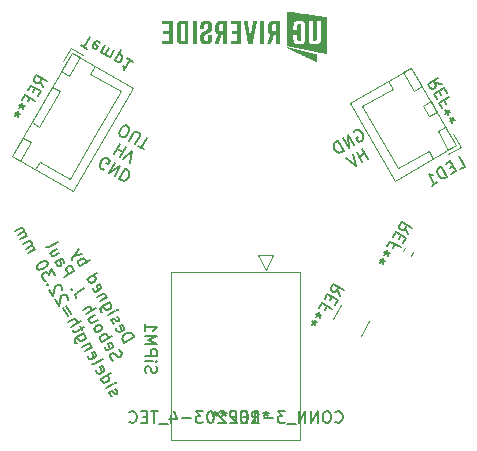
<source format=gbr>
%TF.GenerationSoftware,KiCad,Pcbnew,(6.0.8-1)-1*%
%TF.CreationDate,2022-11-15T12:33:47-05:00*%
%TF.ProjectId,Untitled,556e7469-746c-4656-942e-6b696361645f,rev?*%
%TF.SameCoordinates,Original*%
%TF.FileFunction,Legend,Bot*%
%TF.FilePolarity,Positive*%
%FSLAX46Y46*%
G04 Gerber Fmt 4.6, Leading zero omitted, Abs format (unit mm)*
G04 Created by KiCad (PCBNEW (6.0.8-1)-1) date 2022-11-15 12:33:47*
%MOMM*%
%LPD*%
G01*
G04 APERTURE LIST*
%ADD10C,0.150000*%
%ADD11C,0.120000*%
G04 APERTURE END LIST*
D10*
X92485171Y-54246361D02*
X92378882Y-54239981D01*
X92255165Y-54168553D01*
X92155256Y-54055885D01*
X92120397Y-53925787D01*
X92126776Y-53819499D01*
X92180775Y-53630732D01*
X92252204Y-53507014D01*
X92388681Y-53365866D01*
X92477539Y-53307197D01*
X92607637Y-53272338D01*
X92755165Y-53302527D01*
X92837643Y-53350146D01*
X92937552Y-53462814D01*
X92954981Y-53527863D01*
X92788315Y-53816538D01*
X92623357Y-53721300D01*
X93373754Y-53659670D02*
X92873754Y-54525695D01*
X93868626Y-53945384D01*
X93368626Y-54811410D01*
X94281019Y-54183479D02*
X93781019Y-55049505D01*
X93987215Y-55168553D01*
X94134743Y-55198742D01*
X94264840Y-55163882D01*
X94353699Y-55105213D01*
X94490176Y-54964065D01*
X94561605Y-54840348D01*
X94615604Y-54651581D01*
X94621983Y-54545293D01*
X94587124Y-54415195D01*
X94487215Y-54302527D01*
X94281019Y-54183479D01*
X93807600Y-52051083D02*
X93307600Y-52917109D01*
X93545696Y-52504716D02*
X94040567Y-52790430D01*
X94302472Y-52336798D02*
X93802472Y-53202823D01*
X94091147Y-53369490D02*
X94879822Y-52670131D01*
X94668497Y-53702823D01*
X93865165Y-51379951D02*
X94030122Y-51475189D01*
X94136410Y-51481568D01*
X94266508Y-51446709D01*
X94402985Y-51305561D01*
X94569652Y-51016886D01*
X94623650Y-50828119D01*
X94588791Y-50698022D01*
X94530122Y-50609163D01*
X94365165Y-50513925D01*
X94258876Y-50507545D01*
X94128779Y-50542405D01*
X93992301Y-50683553D01*
X93825635Y-50972228D01*
X93771636Y-51160994D01*
X93806495Y-51291092D01*
X93865165Y-51379951D01*
X94607472Y-51808522D02*
X95012234Y-51107454D01*
X95101092Y-51048785D01*
X95166141Y-51031355D01*
X95272429Y-51037735D01*
X95437387Y-51132973D01*
X95496056Y-51221831D01*
X95513485Y-51286880D01*
X95507106Y-51393168D01*
X95102344Y-52094236D01*
X95391019Y-52260903D02*
X95885891Y-52546617D01*
X96138455Y-51537735D02*
X95638455Y-52403760D01*
X113607328Y-51088884D02*
X113665997Y-51000026D01*
X113789715Y-50928597D01*
X113937243Y-50898408D01*
X114067340Y-50933268D01*
X114156199Y-50991937D01*
X114292676Y-51133085D01*
X114364105Y-51256802D01*
X114418104Y-51445569D01*
X114424483Y-51551857D01*
X114389624Y-51681955D01*
X114289715Y-51794623D01*
X114207237Y-51842242D01*
X114059709Y-51872431D01*
X113994661Y-51855001D01*
X113827994Y-51566326D01*
X113992951Y-51471088D01*
X113671126Y-52151766D02*
X113171126Y-51285740D01*
X113176254Y-52437480D01*
X112676254Y-51571455D01*
X112763861Y-52675575D02*
X112263861Y-51809550D01*
X112057665Y-51928597D01*
X111957756Y-52041265D01*
X111922897Y-52171363D01*
X111929276Y-52277651D01*
X111983275Y-52466418D01*
X112054704Y-52590136D01*
X112191181Y-52731284D01*
X112280039Y-52789953D01*
X112410137Y-52824812D01*
X112557665Y-52794623D01*
X112763861Y-52675575D01*
X114847280Y-53331781D02*
X114347280Y-52465756D01*
X114585375Y-52878149D02*
X114090503Y-53163863D01*
X114352408Y-53617495D02*
X113852408Y-52751470D01*
X113563733Y-52918137D02*
X113775058Y-53950829D01*
X112986382Y-53251470D01*
X94159670Y-68903881D02*
X95025695Y-68403881D01*
X94906648Y-68197685D01*
X94793980Y-68097776D01*
X94663882Y-68062917D01*
X94557594Y-68069296D01*
X94368827Y-68123295D01*
X94245109Y-68194724D01*
X94103962Y-68331201D01*
X94045293Y-68420060D01*
X94010433Y-68550157D01*
X94040622Y-68697685D01*
X94159670Y-68903881D01*
X93510433Y-67684132D02*
X93516813Y-67790420D01*
X93612051Y-67955377D01*
X93700909Y-68014046D01*
X93807197Y-68007666D01*
X94137112Y-67817190D01*
X94195781Y-67728332D01*
X94189401Y-67622044D01*
X94094163Y-67457087D01*
X94005305Y-67398418D01*
X93899017Y-67404797D01*
X93816538Y-67452416D01*
X93972155Y-67912428D01*
X93296147Y-67312978D02*
X93207289Y-67254309D01*
X93112051Y-67089352D01*
X93105671Y-66983064D01*
X93164340Y-66894205D01*
X93205580Y-66870396D01*
X93311868Y-66864016D01*
X93400726Y-66922685D01*
X93472155Y-67046403D01*
X93561013Y-67105072D01*
X93667301Y-67098692D01*
X93708540Y-67074883D01*
X93767209Y-66986024D01*
X93760830Y-66879736D01*
X93689401Y-66756018D01*
X93600543Y-66697349D01*
X92826337Y-66594480D02*
X93403687Y-66261147D01*
X93692362Y-66094480D02*
X93674932Y-66159529D01*
X93609883Y-66142099D01*
X93627313Y-66077050D01*
X93692362Y-66094480D01*
X93609883Y-66142099D01*
X92951306Y-65477600D02*
X92250238Y-65882362D01*
X92191569Y-65971220D01*
X92174139Y-66036269D01*
X92180519Y-66142557D01*
X92251947Y-66266275D01*
X92340806Y-66324944D01*
X92415195Y-65787124D02*
X92421575Y-65893412D01*
X92516813Y-66058369D01*
X92605671Y-66117038D01*
X92670720Y-66134468D01*
X92777008Y-66128088D01*
X93024444Y-65985231D01*
X93083113Y-65896373D01*
X93100543Y-65831324D01*
X93094163Y-65725036D01*
X92998925Y-65560079D01*
X92910067Y-65501409D01*
X92713211Y-65065207D02*
X92135860Y-65398540D01*
X92630732Y-65112826D02*
X92648162Y-65047777D01*
X92641782Y-64941489D01*
X92570354Y-64817771D01*
X92481495Y-64759102D01*
X92375207Y-64765482D01*
X91921575Y-65027387D01*
X91534243Y-64261269D02*
X91540622Y-64367558D01*
X91635860Y-64532515D01*
X91724719Y-64591184D01*
X91831007Y-64584804D01*
X92160921Y-64394328D01*
X92219590Y-64305470D01*
X92213211Y-64199182D01*
X92117973Y-64034224D01*
X92029114Y-63975555D01*
X91922826Y-63981935D01*
X91840348Y-64029554D01*
X91995964Y-64489566D01*
X91040622Y-63501532D02*
X91906648Y-63001532D01*
X91081862Y-63477723D02*
X91088241Y-63584011D01*
X91183479Y-63748968D01*
X91272338Y-63807637D01*
X91337387Y-63825067D01*
X91443675Y-63818687D01*
X91691111Y-63675830D01*
X91749780Y-63586972D01*
X91767209Y-63521923D01*
X91760830Y-63415635D01*
X91665592Y-63250677D01*
X91576733Y-63192008D01*
X90421575Y-62429310D02*
X91287600Y-61929310D01*
X90957686Y-62119786D02*
X90951306Y-62013498D01*
X90856068Y-61848541D01*
X90767209Y-61789872D01*
X90702161Y-61772442D01*
X90595873Y-61778822D01*
X90348437Y-61921679D01*
X90289768Y-62010537D01*
X90272338Y-62075586D01*
X90278718Y-62181874D01*
X90373956Y-62346832D01*
X90462814Y-62405501D01*
X90594163Y-61394909D02*
X89897765Y-61522046D01*
X90356068Y-60982516D02*
X89897765Y-61522046D01*
X89739188Y-61723572D01*
X89721758Y-61788621D01*
X89728138Y-61894909D01*
X93235180Y-70427379D02*
X93122512Y-70327471D01*
X93003464Y-70121274D01*
X92997084Y-70014986D01*
X93014514Y-69949937D01*
X93073183Y-69861079D01*
X93155662Y-69813460D01*
X93261950Y-69807080D01*
X93326999Y-69824510D01*
X93415857Y-69883179D01*
X93552335Y-70024327D01*
X93641193Y-70082996D01*
X93706242Y-70100426D01*
X93812530Y-70094046D01*
X93895009Y-70046427D01*
X93953678Y-69957568D01*
X93971107Y-69892520D01*
X93964728Y-69786231D01*
X93845680Y-69580035D01*
X93733012Y-69480127D01*
X92544704Y-69231439D02*
X92551083Y-69337727D01*
X92646321Y-69502685D01*
X92735180Y-69561354D01*
X92841468Y-69554974D01*
X93171382Y-69364498D01*
X93230051Y-69275639D01*
X93223672Y-69169351D01*
X93128434Y-69004394D01*
X93039575Y-68945725D01*
X92933287Y-68952105D01*
X92850808Y-68999724D01*
X93006425Y-69459736D01*
X92265369Y-68842856D02*
X93131394Y-68342856D01*
X92801480Y-68533332D02*
X92795100Y-68427044D01*
X92699862Y-68262087D01*
X92611004Y-68203418D01*
X92545955Y-68185988D01*
X92439667Y-68192367D01*
X92192231Y-68335225D01*
X92133562Y-68424083D01*
X92116132Y-68489132D01*
X92122512Y-68595420D01*
X92217750Y-68760377D01*
X92306608Y-68819046D01*
X91741559Y-67935591D02*
X91830418Y-67994260D01*
X91895467Y-68011690D01*
X92001755Y-68005310D01*
X92249191Y-67862453D01*
X92307860Y-67773595D01*
X92325289Y-67708546D01*
X92318910Y-67602258D01*
X92247481Y-67478540D01*
X92158623Y-67419871D01*
X92093574Y-67402441D01*
X91987286Y-67408821D01*
X91739850Y-67551678D01*
X91681181Y-67640536D01*
X91663751Y-67705585D01*
X91670131Y-67811873D01*
X91741559Y-67935591D01*
X91723672Y-66571275D02*
X91146321Y-66904608D01*
X91937957Y-66942429D02*
X91484325Y-67204334D01*
X91378037Y-67210713D01*
X91289178Y-67152044D01*
X91217750Y-67028326D01*
X91211370Y-66922038D01*
X91228800Y-66856989D01*
X90908226Y-66492215D02*
X91774252Y-65992215D01*
X90693940Y-66121062D02*
X91147573Y-65859157D01*
X91253861Y-65852777D01*
X91342719Y-65911446D01*
X91414148Y-66035164D01*
X91420528Y-66141452D01*
X91403098Y-66206501D01*
X90798061Y-64301404D02*
X90179471Y-64658547D01*
X90079563Y-64771215D01*
X90044704Y-64901312D01*
X90074893Y-65048840D01*
X90122512Y-65131318D01*
X89776419Y-64341392D02*
X89711370Y-64323962D01*
X89693940Y-64389011D01*
X89758989Y-64406441D01*
X89776419Y-64341392D01*
X89693940Y-64389011D01*
X89074893Y-63316789D02*
X89940918Y-62816789D01*
X89750442Y-62486874D01*
X89661584Y-62428205D01*
X89596535Y-62410776D01*
X89490247Y-62417155D01*
X89366529Y-62488584D01*
X89307860Y-62577442D01*
X89290430Y-62642491D01*
X89296810Y-62748779D01*
X89487286Y-63078694D01*
X88360607Y-62079610D02*
X88814239Y-61817705D01*
X88920528Y-61811325D01*
X89009386Y-61869994D01*
X89104624Y-62034952D01*
X89111004Y-62141240D01*
X88401846Y-62055800D02*
X88408226Y-62162088D01*
X88527274Y-62368285D01*
X88616132Y-62426954D01*
X88722420Y-62420574D01*
X88804899Y-62372955D01*
X88863568Y-62284097D01*
X88857188Y-62177809D01*
X88738141Y-61971612D01*
X88731761Y-61865324D01*
X88485576Y-60962730D02*
X87908226Y-61296063D01*
X88699862Y-61333883D02*
X88246230Y-61595788D01*
X88139942Y-61602168D01*
X88051083Y-61543499D01*
X87979655Y-61419781D01*
X87973275Y-61313493D01*
X87990705Y-61248444D01*
X87598702Y-60759952D02*
X87687561Y-60818621D01*
X87793849Y-60812241D01*
X88536156Y-60383670D01*
X93126593Y-73459302D02*
X93037735Y-73400633D01*
X92942497Y-73235675D01*
X92936117Y-73129387D01*
X92994786Y-73040529D01*
X93036025Y-73016719D01*
X93142313Y-73010340D01*
X93231172Y-73069009D01*
X93302600Y-73192727D01*
X93391459Y-73251396D01*
X93497747Y-73245016D01*
X93538986Y-73221206D01*
X93597655Y-73132348D01*
X93591275Y-73026060D01*
X93519847Y-72902342D01*
X93430988Y-72843673D01*
X92656782Y-72740804D02*
X93234133Y-72407470D01*
X93522808Y-72240804D02*
X93505378Y-72305852D01*
X93440329Y-72288423D01*
X93457759Y-72223374D01*
X93522808Y-72240804D01*
X93440329Y-72288423D01*
X92204401Y-71957257D02*
X93070427Y-71457257D01*
X92245641Y-71933447D02*
X92252020Y-72039735D01*
X92347258Y-72204693D01*
X92436117Y-72263362D01*
X92501166Y-72280792D01*
X92607454Y-72274412D01*
X92854890Y-72131555D01*
X92913559Y-72042696D01*
X92930988Y-71977647D01*
X92924609Y-71871359D01*
X92829371Y-71706402D01*
X92740512Y-71647733D01*
X91817069Y-71191140D02*
X91823449Y-71297428D01*
X91918687Y-71462385D01*
X92007545Y-71521054D01*
X92113833Y-71514675D01*
X92443748Y-71324198D01*
X92502417Y-71235340D01*
X92496037Y-71129052D01*
X92400799Y-70964095D01*
X92311941Y-70905426D01*
X92205653Y-70911805D01*
X92123174Y-70959424D01*
X92278791Y-71419436D01*
X91466306Y-70678838D02*
X91555164Y-70737507D01*
X91661453Y-70731128D01*
X92403760Y-70302556D01*
X91126593Y-69995200D02*
X91132973Y-70101488D01*
X91228211Y-70266445D01*
X91317069Y-70325114D01*
X91423357Y-70318735D01*
X91753272Y-70128258D01*
X91811941Y-70039400D01*
X91805561Y-69933112D01*
X91710323Y-69768155D01*
X91621465Y-69709486D01*
X91515177Y-69715865D01*
X91432698Y-69763484D01*
X91588315Y-70223497D01*
X91424609Y-69273283D02*
X90847258Y-69606616D01*
X91342130Y-69320902D02*
X91359560Y-69255853D01*
X91353180Y-69149565D01*
X91281752Y-69025847D01*
X91192893Y-68967178D01*
X91086605Y-68973558D01*
X90632973Y-69235463D01*
X90757942Y-68118583D02*
X90056874Y-68523344D01*
X89998205Y-68612203D01*
X89980775Y-68677252D01*
X89987155Y-68783540D01*
X90058583Y-68907258D01*
X90147442Y-68965927D01*
X90221831Y-68428106D02*
X90228211Y-68534395D01*
X90323449Y-68699352D01*
X90412307Y-68758021D01*
X90477356Y-68775451D01*
X90583644Y-68769071D01*
X90831080Y-68626214D01*
X90889749Y-68537355D01*
X90907179Y-68472307D01*
X90900799Y-68366018D01*
X90805561Y-68201061D01*
X90716703Y-68142392D01*
X90591275Y-67829907D02*
X90400799Y-67499993D01*
X90808522Y-67539523D02*
X90066214Y-67968094D01*
X89959926Y-67974474D01*
X89871068Y-67915805D01*
X89823449Y-67833326D01*
X89656782Y-67544651D02*
X90522808Y-67044651D01*
X89442497Y-67173497D02*
X89896129Y-66911593D01*
X90002417Y-66905213D01*
X90091275Y-66963882D01*
X90162704Y-67087600D01*
X90169084Y-67193888D01*
X90151654Y-67258937D01*
X89658034Y-66499200D02*
X89277081Y-65839371D01*
X89029645Y-65982228D02*
X89410598Y-66642057D01*
X89392710Y-65277741D02*
X89410140Y-65212692D01*
X89403760Y-65106404D01*
X89284712Y-64900207D01*
X89195854Y-64841538D01*
X89130805Y-64824108D01*
X89024517Y-64830488D01*
X88942038Y-64878107D01*
X88842130Y-64990775D01*
X88632973Y-65771361D01*
X88323449Y-65235250D01*
X88916520Y-64452955D02*
X88933949Y-64387906D01*
X88927570Y-64281618D01*
X88808522Y-64075421D01*
X88719664Y-64016752D01*
X88654615Y-63999322D01*
X88548327Y-64005702D01*
X88465848Y-64053321D01*
X88365940Y-64165989D01*
X88156782Y-64946575D01*
X87847258Y-64410464D01*
X87715451Y-63991691D02*
X87650403Y-63974261D01*
X87632973Y-64039310D01*
X87698022Y-64056740D01*
X87715451Y-63991691D01*
X87632973Y-64039310D01*
X88308522Y-63209396D02*
X87998998Y-62673285D01*
X87835750Y-63152436D01*
X87764322Y-63028718D01*
X87675463Y-62970049D01*
X87610415Y-62952619D01*
X87504126Y-62958999D01*
X87297930Y-63078047D01*
X87239261Y-63166905D01*
X87221831Y-63231954D01*
X87228211Y-63338242D01*
X87371068Y-63585678D01*
X87459926Y-63644347D01*
X87524975Y-63661777D01*
X87689474Y-62137174D02*
X87641855Y-62054695D01*
X87552997Y-61996026D01*
X87487948Y-61978596D01*
X87381660Y-61984976D01*
X87192893Y-62038975D01*
X86986697Y-62158023D01*
X86845549Y-62294500D01*
X86786880Y-62383358D01*
X86769450Y-62448407D01*
X86775830Y-62554695D01*
X86823449Y-62637174D01*
X86912307Y-62695843D01*
X86977356Y-62713273D01*
X87083644Y-62706893D01*
X87272411Y-62652894D01*
X87478607Y-62533847D01*
X87619755Y-62397369D01*
X87678424Y-62308511D01*
X87695854Y-62243462D01*
X87689474Y-62137174D01*
X86061544Y-61317516D02*
X86638894Y-60984183D01*
X86556416Y-61031802D02*
X86573846Y-60966753D01*
X86567466Y-60860465D01*
X86496037Y-60736747D01*
X86407179Y-60678078D01*
X86300891Y-60684458D01*
X85847258Y-60946362D01*
X86300891Y-60684458D02*
X86359560Y-60595599D01*
X86353180Y-60489311D01*
X86281752Y-60365593D01*
X86192893Y-60306924D01*
X86086605Y-60313304D01*
X85632973Y-60575209D01*
X85394877Y-60162816D02*
X85972228Y-59829482D01*
X85889749Y-59877101D02*
X85907179Y-59812053D01*
X85900799Y-59705764D01*
X85829371Y-59582046D01*
X85740512Y-59523377D01*
X85634224Y-59529757D01*
X85180592Y-59791662D01*
X85634224Y-59529757D02*
X85692893Y-59440899D01*
X85686513Y-59334611D01*
X85615085Y-59210893D01*
X85526227Y-59152224D01*
X85419938Y-59158603D01*
X84966306Y-59420508D01*
X122595314Y-54232249D02*
X123007707Y-53994154D01*
X122507707Y-53128128D01*
X122044734Y-53945283D02*
X121756059Y-54111950D01*
X121894245Y-54637011D02*
X122306639Y-54398916D01*
X121806639Y-53532890D01*
X121394245Y-53770986D01*
X121523092Y-54851297D02*
X121023092Y-53985271D01*
X120816895Y-54104319D01*
X120716987Y-54216987D01*
X120682127Y-54347084D01*
X120688507Y-54453373D01*
X120742506Y-54642139D01*
X120813934Y-54765857D01*
X120950412Y-54907005D01*
X121039270Y-54965674D01*
X121169368Y-55000534D01*
X121316895Y-54970344D01*
X121523092Y-54851297D01*
X120203434Y-55613201D02*
X120698306Y-55327487D01*
X120450870Y-55470344D02*
X119950870Y-54604319D01*
X120104777Y-54680418D01*
X120234875Y-54715277D01*
X120341163Y-54708898D01*
X95995238Y-71471428D02*
X95947619Y-71328571D01*
X95947619Y-71090476D01*
X95995238Y-70995238D01*
X96042857Y-70947619D01*
X96138095Y-70900000D01*
X96233333Y-70900000D01*
X96328571Y-70947619D01*
X96376190Y-70995238D01*
X96423809Y-71090476D01*
X96471428Y-71280952D01*
X96519047Y-71376190D01*
X96566666Y-71423809D01*
X96661904Y-71471428D01*
X96757142Y-71471428D01*
X96852380Y-71423809D01*
X96900000Y-71376190D01*
X96947619Y-71280952D01*
X96947619Y-71042857D01*
X96900000Y-70900000D01*
X95947619Y-70471428D02*
X96614285Y-70471428D01*
X96947619Y-70471428D02*
X96900000Y-70519047D01*
X96852380Y-70471428D01*
X96900000Y-70423809D01*
X96947619Y-70471428D01*
X96852380Y-70471428D01*
X95947619Y-69995238D02*
X96947619Y-69995238D01*
X96947619Y-69614285D01*
X96900000Y-69519047D01*
X96852380Y-69471428D01*
X96757142Y-69423809D01*
X96614285Y-69423809D01*
X96519047Y-69471428D01*
X96471428Y-69519047D01*
X96423809Y-69614285D01*
X96423809Y-69995238D01*
X95947619Y-68995238D02*
X96947619Y-68995238D01*
X96233333Y-68661904D01*
X96947619Y-68328571D01*
X95947619Y-68328571D01*
X95947619Y-67328571D02*
X95947619Y-67900000D01*
X95947619Y-67614285D02*
X96947619Y-67614285D01*
X96804761Y-67709523D01*
X96709523Y-67804761D01*
X96661904Y-67900000D01*
X90526084Y-43719490D02*
X91020955Y-44005204D01*
X91273520Y-42996321D02*
X90773520Y-43862347D01*
X92115735Y-43537561D02*
X92057066Y-43448702D01*
X91892109Y-43353464D01*
X91785821Y-43347084D01*
X91696963Y-43405754D01*
X91506486Y-43735668D01*
X91500107Y-43841956D01*
X91558776Y-43930814D01*
X91723733Y-44026053D01*
X91830021Y-44032432D01*
X91918879Y-43973763D01*
X91966499Y-43891285D01*
X91601725Y-43570711D01*
X92551938Y-43734417D02*
X92218605Y-44311767D01*
X92266224Y-44229288D02*
X92283653Y-44294337D01*
X92342323Y-44383195D01*
X92466040Y-44454624D01*
X92572329Y-44461004D01*
X92661187Y-44402335D01*
X92923092Y-43948702D01*
X92661187Y-44402335D02*
X92654807Y-44508623D01*
X92713476Y-44597481D01*
X92837194Y-44668910D01*
X92943482Y-44675289D01*
X93032341Y-44616620D01*
X93294245Y-44162988D01*
X93373305Y-44978434D02*
X93873305Y-44112408D01*
X93397115Y-44937194D02*
X93455784Y-45026053D01*
X93620741Y-45121291D01*
X93727029Y-45127670D01*
X93792078Y-45110241D01*
X93880936Y-45051572D01*
X94023793Y-44804136D01*
X94030173Y-44697848D01*
X94012743Y-44632799D01*
X93954074Y-44543940D01*
X93789117Y-44448702D01*
X93682829Y-44442323D01*
X94943818Y-45115369D02*
X94448946Y-44829655D01*
X94696382Y-44972512D02*
X94196382Y-45838537D01*
X94185332Y-45667200D01*
X94150472Y-45537103D01*
X94091803Y-45448244D01*
%TO.C,REF\u002A\u002A*%
X87334050Y-47261553D02*
X87088323Y-46734783D01*
X87619764Y-46766682D02*
X86753738Y-46266682D01*
X86563262Y-46596596D01*
X86556883Y-46702884D01*
X86574312Y-46767933D01*
X86632981Y-46856792D01*
X86756699Y-46928220D01*
X86862987Y-46934600D01*
X86928036Y-46917170D01*
X87016895Y-46858501D01*
X87207371Y-46528587D01*
X86666131Y-47370802D02*
X86499465Y-47659478D01*
X86881669Y-48045100D02*
X87119764Y-47632707D01*
X86253738Y-47132707D01*
X86015643Y-47545100D01*
X86047084Y-48443024D02*
X86213751Y-48154349D01*
X86667383Y-48416254D02*
X85801357Y-47916254D01*
X85563262Y-48328647D01*
X85301357Y-48782279D02*
X85507554Y-48901327D01*
X85544123Y-48647511D02*
X85507554Y-48901327D01*
X85306028Y-49059904D01*
X85743940Y-48872847D02*
X85507554Y-48901327D01*
X85601083Y-49120283D01*
X84920405Y-49442108D02*
X85126602Y-49561156D01*
X85163171Y-49307340D02*
X85126602Y-49561156D01*
X84925075Y-49719733D01*
X85362987Y-49532676D02*
X85126602Y-49561156D01*
X85220130Y-49780112D01*
X121054160Y-46981608D02*
X120475101Y-46931029D01*
X120768446Y-46486737D02*
X119902421Y-46986737D01*
X120092897Y-47316651D01*
X120181755Y-47375320D01*
X120246804Y-47392750D01*
X120353092Y-47386370D01*
X120476810Y-47314942D01*
X120535479Y-47226083D01*
X120552909Y-47161035D01*
X120546529Y-47054747D01*
X120356053Y-46724832D01*
X120814814Y-47614667D02*
X120981480Y-47903342D01*
X121506541Y-47765155D02*
X121268446Y-47352762D01*
X120402421Y-47852762D01*
X120640516Y-48265155D01*
X121433861Y-48686889D02*
X121267195Y-48398214D01*
X121720827Y-48136309D02*
X120854801Y-48636309D01*
X121092897Y-49048702D01*
X121354801Y-49502334D02*
X121560998Y-49383287D01*
X121359472Y-49224709D02*
X121560998Y-49383287D01*
X121597567Y-49637102D01*
X121654527Y-49164331D02*
X121560998Y-49383287D01*
X121797384Y-49411767D01*
X121735754Y-50162163D02*
X121941950Y-50043116D01*
X121740424Y-49884538D02*
X121941950Y-50043116D01*
X121978519Y-50296931D01*
X122035479Y-49824160D02*
X121941950Y-50043116D01*
X122178336Y-50071596D01*
X118245190Y-59686489D02*
X117999463Y-59159719D01*
X118530904Y-59191618D02*
X117664878Y-58691618D01*
X117474402Y-59021532D01*
X117468023Y-59127820D01*
X117485452Y-59192869D01*
X117544121Y-59281728D01*
X117667839Y-59353156D01*
X117774127Y-59359536D01*
X117839176Y-59342106D01*
X117928035Y-59283437D01*
X118118511Y-58953523D01*
X117577271Y-59795738D02*
X117410605Y-60084414D01*
X117792809Y-60470036D02*
X118030904Y-60057643D01*
X117164878Y-59557643D01*
X116926783Y-59970036D01*
X116958224Y-60867960D02*
X117124891Y-60579285D01*
X117578523Y-60841190D02*
X116712497Y-60341190D01*
X116474402Y-60753583D01*
X116212497Y-61207215D02*
X116418694Y-61326263D01*
X116455263Y-61072447D02*
X116418694Y-61326263D01*
X116217168Y-61484840D01*
X116655080Y-61297783D02*
X116418694Y-61326263D01*
X116512223Y-61545219D01*
X115831545Y-61867044D02*
X116037742Y-61986092D01*
X116074311Y-61732276D02*
X116037742Y-61986092D01*
X115836215Y-62144669D01*
X116274127Y-61957612D02*
X116037742Y-61986092D01*
X116131270Y-62205048D01*
X112466582Y-64921489D02*
X112220855Y-64394719D01*
X112752296Y-64426618D02*
X111886270Y-63926618D01*
X111695794Y-64256532D01*
X111689415Y-64362820D01*
X111706844Y-64427869D01*
X111765513Y-64516728D01*
X111889231Y-64588156D01*
X111995519Y-64594536D01*
X112060568Y-64577106D01*
X112149427Y-64518437D01*
X112339903Y-64188523D01*
X111798663Y-65030738D02*
X111631997Y-65319414D01*
X112014201Y-65705036D02*
X112252296Y-65292643D01*
X111386270Y-64792643D01*
X111148175Y-65205036D01*
X111179616Y-66102960D02*
X111346283Y-65814285D01*
X111799915Y-66076190D02*
X110933889Y-65576190D01*
X110695794Y-65988583D01*
X110433889Y-66442215D02*
X110640086Y-66561263D01*
X110676655Y-66307447D02*
X110640086Y-66561263D01*
X110438560Y-66719840D01*
X110876472Y-66532783D02*
X110640086Y-66561263D01*
X110733615Y-66780219D01*
X110052937Y-67102044D02*
X110259134Y-67221092D01*
X110295703Y-66967276D02*
X110259134Y-67221092D01*
X110057607Y-67379669D01*
X110495519Y-67192612D02*
X110259134Y-67221092D01*
X110352662Y-67440048D01*
X104980833Y-75702480D02*
X105314166Y-75226290D01*
X105552261Y-75702480D02*
X105552261Y-74702480D01*
X105171309Y-74702480D01*
X105076071Y-74750100D01*
X105028452Y-74797719D01*
X104980833Y-74892957D01*
X104980833Y-75035814D01*
X105028452Y-75131052D01*
X105076071Y-75178671D01*
X105171309Y-75226290D01*
X105552261Y-75226290D01*
X104552261Y-75178671D02*
X104218928Y-75178671D01*
X104076071Y-75702480D02*
X104552261Y-75702480D01*
X104552261Y-74702480D01*
X104076071Y-74702480D01*
X103314166Y-75178671D02*
X103647500Y-75178671D01*
X103647500Y-75702480D02*
X103647500Y-74702480D01*
X103171309Y-74702480D01*
X102647500Y-74702480D02*
X102647500Y-74940576D01*
X102885595Y-74845338D02*
X102647500Y-74940576D01*
X102409404Y-74845338D01*
X102790357Y-75131052D02*
X102647500Y-74940576D01*
X102504642Y-75131052D01*
X101885595Y-74702480D02*
X101885595Y-74940576D01*
X102123690Y-74845338D02*
X101885595Y-74940576D01*
X101647500Y-74845338D01*
X102028452Y-75131052D02*
X101885595Y-74940576D01*
X101742738Y-75131052D01*
X112052261Y-75607242D02*
X112099880Y-75654861D01*
X112242738Y-75702480D01*
X112337976Y-75702480D01*
X112480833Y-75654861D01*
X112576071Y-75559623D01*
X112623690Y-75464385D01*
X112671309Y-75273909D01*
X112671309Y-75131052D01*
X112623690Y-74940576D01*
X112576071Y-74845338D01*
X112480833Y-74750100D01*
X112337976Y-74702480D01*
X112242738Y-74702480D01*
X112099880Y-74750100D01*
X112052261Y-74797719D01*
X111433214Y-74702480D02*
X111242738Y-74702480D01*
X111147500Y-74750100D01*
X111052261Y-74845338D01*
X111004642Y-75035814D01*
X111004642Y-75369147D01*
X111052261Y-75559623D01*
X111147500Y-75654861D01*
X111242738Y-75702480D01*
X111433214Y-75702480D01*
X111528452Y-75654861D01*
X111623690Y-75559623D01*
X111671309Y-75369147D01*
X111671309Y-75035814D01*
X111623690Y-74845338D01*
X111528452Y-74750100D01*
X111433214Y-74702480D01*
X110576071Y-75702480D02*
X110576071Y-74702480D01*
X110004642Y-75702480D01*
X110004642Y-74702480D01*
X109528452Y-75702480D02*
X109528452Y-74702480D01*
X108957023Y-75702480D01*
X108957023Y-74702480D01*
X108718928Y-75797719D02*
X107957023Y-75797719D01*
X107814166Y-74702480D02*
X107195119Y-74702480D01*
X107528452Y-75083433D01*
X107385595Y-75083433D01*
X107290357Y-75131052D01*
X107242738Y-75178671D01*
X107195119Y-75273909D01*
X107195119Y-75512004D01*
X107242738Y-75607242D01*
X107290357Y-75654861D01*
X107385595Y-75702480D01*
X107671309Y-75702480D01*
X107766547Y-75654861D01*
X107814166Y-75607242D01*
X106766547Y-75321528D02*
X106004642Y-75321528D01*
X105004642Y-75702480D02*
X105576071Y-75702480D01*
X105290357Y-75702480D02*
X105290357Y-74702480D01*
X105385595Y-74845338D01*
X105480833Y-74940576D01*
X105576071Y-74988195D01*
X104385595Y-74702480D02*
X104290357Y-74702480D01*
X104195119Y-74750100D01*
X104147500Y-74797719D01*
X104099880Y-74892957D01*
X104052261Y-75083433D01*
X104052261Y-75321528D01*
X104099880Y-75512004D01*
X104147500Y-75607242D01*
X104195119Y-75654861D01*
X104290357Y-75702480D01*
X104385595Y-75702480D01*
X104480833Y-75654861D01*
X104528452Y-75607242D01*
X104576071Y-75512004D01*
X104623690Y-75321528D01*
X104623690Y-75083433D01*
X104576071Y-74892957D01*
X104528452Y-74797719D01*
X104480833Y-74750100D01*
X104385595Y-74702480D01*
X103671309Y-74797719D02*
X103623690Y-74750100D01*
X103528452Y-74702480D01*
X103290357Y-74702480D01*
X103195119Y-74750100D01*
X103147500Y-74797719D01*
X103099880Y-74892957D01*
X103099880Y-74988195D01*
X103147500Y-75131052D01*
X103718928Y-75702480D01*
X103099880Y-75702480D01*
X102718928Y-74797719D02*
X102671309Y-74750100D01*
X102576071Y-74702480D01*
X102337976Y-74702480D01*
X102242738Y-74750100D01*
X102195119Y-74797719D01*
X102147500Y-74892957D01*
X102147500Y-74988195D01*
X102195119Y-75131052D01*
X102766547Y-75702480D01*
X102147500Y-75702480D01*
X101528452Y-74702480D02*
X101433214Y-74702480D01*
X101337976Y-74750100D01*
X101290357Y-74797719D01*
X101242738Y-74892957D01*
X101195119Y-75083433D01*
X101195119Y-75321528D01*
X101242738Y-75512004D01*
X101290357Y-75607242D01*
X101337976Y-75654861D01*
X101433214Y-75702480D01*
X101528452Y-75702480D01*
X101623690Y-75654861D01*
X101671309Y-75607242D01*
X101718928Y-75512004D01*
X101766547Y-75321528D01*
X101766547Y-75083433D01*
X101718928Y-74892957D01*
X101671309Y-74797719D01*
X101623690Y-74750100D01*
X101528452Y-74702480D01*
X100861785Y-74702480D02*
X100242738Y-74702480D01*
X100576071Y-75083433D01*
X100433214Y-75083433D01*
X100337976Y-75131052D01*
X100290357Y-75178671D01*
X100242738Y-75273909D01*
X100242738Y-75512004D01*
X100290357Y-75607242D01*
X100337976Y-75654861D01*
X100433214Y-75702480D01*
X100718928Y-75702480D01*
X100814166Y-75654861D01*
X100861785Y-75607242D01*
X99814166Y-75321528D02*
X99052261Y-75321528D01*
X98147500Y-75035814D02*
X98147500Y-75702480D01*
X98385595Y-74654861D02*
X98623690Y-75369147D01*
X98004642Y-75369147D01*
X97861785Y-75797719D02*
X97099880Y-75797719D01*
X97004642Y-74702480D02*
X96433214Y-74702480D01*
X96718928Y-75702480D02*
X96718928Y-74702480D01*
X96099880Y-75178671D02*
X95766547Y-75178671D01*
X95623690Y-75702480D02*
X96099880Y-75702480D01*
X96099880Y-74702480D01*
X95623690Y-74702480D01*
X94623690Y-75607242D02*
X94671309Y-75654861D01*
X94814166Y-75702480D01*
X94909404Y-75702480D01*
X95052261Y-75654861D01*
X95147500Y-75559623D01*
X95195119Y-75464385D01*
X95242738Y-75273909D01*
X95242738Y-75131052D01*
X95195119Y-74940576D01*
X95147500Y-74845338D01*
X95052261Y-74750100D01*
X94909404Y-74702480D01*
X94814166Y-74702480D01*
X94671309Y-74750100D01*
X94623690Y-74797719D01*
X106187500Y-74702480D02*
X106187500Y-74940576D01*
X106425595Y-74845338D02*
X106187500Y-74940576D01*
X105949404Y-74845338D01*
X106330357Y-75131052D02*
X106187500Y-74940576D01*
X106044642Y-75131052D01*
D11*
X89581570Y-55063973D02*
X91731570Y-51340064D01*
X84703238Y-53113492D02*
X85603238Y-51554646D01*
X88853238Y-45925481D02*
X89753238Y-44366635D01*
X85603238Y-51554646D02*
X86252757Y-51929646D01*
X86651795Y-54238492D02*
X87026795Y-53588973D01*
X87026795Y-53588973D02*
X89581570Y-55063973D01*
X86353238Y-50255608D02*
X88103238Y-47224519D01*
X85352757Y-53488492D02*
X84703238Y-53113492D01*
X89018430Y-45039359D02*
X89643430Y-43956828D01*
X84689578Y-53117152D02*
X89749578Y-44352975D01*
X89753238Y-44366635D02*
X90402757Y-44741635D01*
X93881570Y-47616154D02*
X91731570Y-51340064D01*
X87002757Y-50630608D02*
X86353238Y-50255608D01*
X89749578Y-44352975D02*
X94919749Y-47337975D01*
X91701795Y-45491635D02*
X91326795Y-46141154D01*
X91326795Y-46141154D02*
X93881570Y-47616154D01*
X86252757Y-51929646D02*
X85352757Y-53488492D01*
X89502757Y-46300481D02*
X88853238Y-45925481D01*
X88103238Y-47224519D02*
X88752757Y-47599519D01*
X89859749Y-56102152D02*
X84689578Y-53117152D01*
X90402757Y-44741635D02*
X89502757Y-46300481D01*
X88752757Y-47599519D02*
X87002757Y-50630608D01*
X94919749Y-47337975D02*
X89859749Y-56102152D01*
X89643430Y-43956828D02*
X90725962Y-44581828D01*
X120726907Y-51019551D02*
X121376426Y-50644551D01*
X113309915Y-48592943D02*
X118480086Y-45607943D01*
X119376426Y-47180449D02*
X118726907Y-47555449D01*
X117398094Y-54153878D02*
X115873094Y-51512500D01*
X118480086Y-45607943D02*
X122290086Y-52207057D01*
X121376426Y-50644551D02*
X122276426Y-52203397D01*
X117826907Y-45996604D02*
X118476426Y-45621604D01*
X122061234Y-51230673D02*
X122686234Y-52313204D01*
X121626907Y-52578397D02*
X120726907Y-51019551D01*
X120327869Y-53328397D02*
X119952869Y-52678878D01*
X119476907Y-48854488D02*
X120126426Y-48479488D01*
X117119915Y-55192057D02*
X113309915Y-48592943D01*
X122276426Y-52203397D02*
X121626907Y-52578397D01*
X122290086Y-52207057D02*
X117119915Y-55192057D01*
X122686234Y-52313204D02*
X121603702Y-52938204D01*
X118476426Y-45621604D02*
X119376426Y-47180449D01*
X118726907Y-47555449D02*
X117826907Y-45996604D01*
X119976907Y-49720513D02*
X119476907Y-48854488D01*
X120626426Y-49345513D02*
X119976907Y-49720513D01*
X120126426Y-48479488D02*
X120626426Y-49345513D01*
X119952869Y-52678878D02*
X117398094Y-54153878D01*
X114348094Y-48871123D02*
X115873094Y-51512500D01*
X116902869Y-47396123D02*
X114348094Y-48871123D01*
X116527869Y-46746604D02*
X116902869Y-47396123D01*
%TO.C,G\u002A\u002A\u002A*%
G36*
X107942516Y-43850293D02*
G01*
X107944459Y-43850809D01*
X107958720Y-43854477D01*
X107985979Y-43861441D01*
X108025348Y-43871475D01*
X108075941Y-43884355D01*
X108136871Y-43899855D01*
X108207251Y-43917750D01*
X108286194Y-43937815D01*
X108372814Y-43959826D01*
X108466224Y-43983556D01*
X108565537Y-44008781D01*
X108669866Y-44035276D01*
X108778324Y-44062816D01*
X108890025Y-44091176D01*
X109004082Y-44120130D01*
X109119609Y-44149454D01*
X109235717Y-44178923D01*
X109351521Y-44208310D01*
X109466133Y-44237393D01*
X109578668Y-44265944D01*
X109688237Y-44293740D01*
X109793955Y-44320554D01*
X109894935Y-44346163D01*
X109990289Y-44370341D01*
X110079131Y-44392863D01*
X110160574Y-44413503D01*
X110233732Y-44432037D01*
X110297717Y-44448240D01*
X110351643Y-44461887D01*
X110394623Y-44472752D01*
X110425771Y-44480610D01*
X110444198Y-44485237D01*
X110493937Y-44497643D01*
X110493937Y-44820971D01*
X110493875Y-44868372D01*
X110493581Y-44932642D01*
X110493070Y-44991109D01*
X110492369Y-45042286D01*
X110491503Y-45084683D01*
X110490499Y-45116810D01*
X110489384Y-45137179D01*
X110488185Y-45144299D01*
X110484646Y-45142796D01*
X110468798Y-45135543D01*
X110440965Y-45122618D01*
X110401938Y-45104394D01*
X110352505Y-45081243D01*
X110293455Y-45053537D01*
X110225578Y-45021650D01*
X110149661Y-44985953D01*
X110066494Y-44946818D01*
X109976866Y-44904619D01*
X109881566Y-44859728D01*
X109781383Y-44812517D01*
X109677106Y-44763358D01*
X109569524Y-44712625D01*
X109459425Y-44660689D01*
X109347600Y-44607924D01*
X109234836Y-44554700D01*
X109121923Y-44501392D01*
X109009650Y-44448371D01*
X108898806Y-44396011D01*
X108790179Y-44344682D01*
X108684559Y-44294758D01*
X108582735Y-44246612D01*
X108485495Y-44200615D01*
X108393629Y-44157140D01*
X108307926Y-44116560D01*
X108229174Y-44079247D01*
X108158163Y-44045573D01*
X108095682Y-44015912D01*
X108042519Y-43990634D01*
X107999463Y-43970114D01*
X107967304Y-43954723D01*
X107946830Y-43944834D01*
X107938831Y-43940819D01*
X107935574Y-43936614D01*
X107931192Y-43918885D01*
X107929620Y-43890684D01*
X107929851Y-43872059D01*
X107931431Y-43856149D01*
X107935335Y-43849886D01*
X107942516Y-43850293D01*
G37*
G36*
X111328445Y-44465937D02*
G01*
X111322802Y-44464775D01*
X111301842Y-44460452D01*
X111267493Y-44453367D01*
X111220427Y-44443656D01*
X111161312Y-44431459D01*
X111090818Y-44416914D01*
X111009616Y-44400159D01*
X110918375Y-44381331D01*
X110817765Y-44360570D01*
X110708456Y-44338013D01*
X110591118Y-44313799D01*
X110466419Y-44288066D01*
X110335032Y-44260952D01*
X110197624Y-44232596D01*
X110054866Y-44203135D01*
X109907428Y-44172707D01*
X109755980Y-44141452D01*
X109601191Y-44109508D01*
X109503556Y-44089359D01*
X109351975Y-44058085D01*
X109204607Y-44027688D01*
X109062092Y-43998299D01*
X108925066Y-43970049D01*
X108794171Y-43943071D01*
X108670043Y-43917496D01*
X108553323Y-43893455D01*
X108444648Y-43871079D01*
X108344657Y-43850501D01*
X108253990Y-43831851D01*
X108173284Y-43815261D01*
X108103179Y-43800863D01*
X108044313Y-43788788D01*
X107997325Y-43779167D01*
X107962854Y-43772133D01*
X107941538Y-43767815D01*
X107934017Y-43766347D01*
X107933871Y-43765555D01*
X107933436Y-43753613D01*
X107933013Y-43727867D01*
X107932606Y-43689017D01*
X107932215Y-43637767D01*
X107931843Y-43574818D01*
X107931493Y-43500872D01*
X107931166Y-43416631D01*
X107930864Y-43322797D01*
X107930590Y-43220073D01*
X107930345Y-43109159D01*
X107930133Y-42990759D01*
X107929954Y-42865574D01*
X107929811Y-42734306D01*
X107929707Y-42597657D01*
X107929642Y-42456329D01*
X107929634Y-42403133D01*
X108510309Y-42403133D01*
X108834691Y-42403133D01*
X108837561Y-42213388D01*
X108837646Y-42207896D01*
X108839063Y-42139357D01*
X108840947Y-42084982D01*
X108843329Y-42044240D01*
X108846239Y-42016602D01*
X108849707Y-42001537D01*
X108857219Y-41986405D01*
X108884435Y-41953136D01*
X108921383Y-41928880D01*
X108966165Y-41914358D01*
X109016879Y-41910289D01*
X109071625Y-41917395D01*
X109110532Y-41932269D01*
X109144618Y-41958522D01*
X109168207Y-41993313D01*
X109170590Y-41999076D01*
X109172751Y-42006055D01*
X109174621Y-42015031D01*
X109176221Y-42026984D01*
X109177571Y-42042895D01*
X109178692Y-42063742D01*
X109179607Y-42090507D01*
X109180335Y-42124169D01*
X109180897Y-42165708D01*
X109181316Y-42216105D01*
X109181611Y-42276338D01*
X109181804Y-42347390D01*
X109181916Y-42430238D01*
X109181968Y-42525864D01*
X109181980Y-42635248D01*
X109181969Y-42741103D01*
X109181919Y-42837186D01*
X109181809Y-42920458D01*
X109181619Y-42991898D01*
X109181328Y-43052488D01*
X109180914Y-43103207D01*
X109180357Y-43145034D01*
X109179635Y-43178951D01*
X109178727Y-43205937D01*
X109177613Y-43226971D01*
X109176271Y-43243035D01*
X109174681Y-43255108D01*
X109172820Y-43264170D01*
X109170669Y-43271202D01*
X109168207Y-43277182D01*
X109146478Y-43309971D01*
X109112982Y-43336840D01*
X109071625Y-43353101D01*
X109018459Y-43360404D01*
X108967556Y-43356964D01*
X108923177Y-43342851D01*
X108886816Y-43318783D01*
X108859971Y-43285480D01*
X108844137Y-43243663D01*
X108843012Y-43236905D01*
X108840674Y-43211784D01*
X108838728Y-43174901D01*
X108837247Y-43128325D01*
X108836304Y-43074127D01*
X108835974Y-43014374D01*
X108835974Y-42823150D01*
X108510418Y-42823150D01*
X108513710Y-43071845D01*
X108514273Y-43111652D01*
X108515410Y-43176257D01*
X108516719Y-43228534D01*
X108518279Y-43270057D01*
X108520173Y-43302401D01*
X108522484Y-43327140D01*
X108525291Y-43345849D01*
X108528678Y-43360102D01*
X108542074Y-43399509D01*
X108573025Y-43462256D01*
X108613414Y-43514766D01*
X108664160Y-43557914D01*
X108726180Y-43592578D01*
X108800393Y-43619635D01*
X108816371Y-43623980D01*
X108839558Y-43628876D01*
X108865621Y-43632424D01*
X108897525Y-43634906D01*
X108938235Y-43636605D01*
X108990717Y-43637804D01*
X109030226Y-43638225D01*
X109074171Y-43638056D01*
X109112776Y-43637243D01*
X109142911Y-43635857D01*
X109161444Y-43633967D01*
X109188923Y-43628450D01*
X109268660Y-43605087D01*
X109336739Y-43572802D01*
X109393308Y-43531468D01*
X109438515Y-43480962D01*
X109472507Y-43421158D01*
X109495434Y-43351932D01*
X109496303Y-43347026D01*
X109498343Y-43325012D01*
X109500184Y-43290166D01*
X109501824Y-43243800D01*
X109503265Y-43187229D01*
X109504507Y-43121763D01*
X109505549Y-43048717D01*
X109506391Y-42969402D01*
X109507035Y-42885132D01*
X109507481Y-42797220D01*
X109507727Y-42706977D01*
X109507775Y-42615718D01*
X109507625Y-42524754D01*
X109507276Y-42435398D01*
X109506730Y-42348964D01*
X109505985Y-42266764D01*
X109505043Y-42190111D01*
X109503904Y-42120317D01*
X109502567Y-42058695D01*
X109501033Y-42006559D01*
X109499302Y-41965220D01*
X109497375Y-41935992D01*
X109495250Y-41920187D01*
X109482405Y-41878780D01*
X109451682Y-41814892D01*
X109409883Y-41760353D01*
X109356725Y-41714889D01*
X109291927Y-41678229D01*
X109219088Y-41651523D01*
X109822906Y-41651523D01*
X109825093Y-42489715D01*
X109825211Y-42534773D01*
X109825434Y-42615718D01*
X109825554Y-42659381D01*
X109825894Y-42770368D01*
X109826246Y-42868568D01*
X109826625Y-42954817D01*
X109827046Y-43029949D01*
X109827523Y-43094800D01*
X109828072Y-43150205D01*
X109828707Y-43196999D01*
X109829443Y-43236016D01*
X109830296Y-43268093D01*
X109831280Y-43294064D01*
X109832410Y-43314764D01*
X109833701Y-43331029D01*
X109835167Y-43343694D01*
X109836825Y-43353593D01*
X109838688Y-43361562D01*
X109840771Y-43368436D01*
X109865004Y-43428500D01*
X109900975Y-43488217D01*
X109945975Y-43537195D01*
X110000881Y-43576181D01*
X110066571Y-43605925D01*
X110143923Y-43627177D01*
X110147544Y-43627906D01*
X110199356Y-43635322D01*
X110260397Y-43639676D01*
X110325937Y-43640978D01*
X110391244Y-43639233D01*
X110451589Y-43634448D01*
X110502241Y-43626632D01*
X110572519Y-43606890D01*
X110640446Y-43575493D01*
X110697515Y-43534143D01*
X110743768Y-43482804D01*
X110779244Y-43421440D01*
X110803982Y-43350014D01*
X110804550Y-43347360D01*
X110806040Y-43335755D01*
X110807395Y-43317450D01*
X110808626Y-43291776D01*
X110809740Y-43258062D01*
X110810747Y-43215639D01*
X110811658Y-43163837D01*
X110812480Y-43101986D01*
X110813224Y-43029417D01*
X110813899Y-42945459D01*
X110814513Y-42849443D01*
X110815078Y-42740698D01*
X110815601Y-42618556D01*
X110816092Y-42482347D01*
X110818863Y-41651523D01*
X110494377Y-41651523D01*
X110490253Y-43247257D01*
X110471398Y-43283898D01*
X110453020Y-43310763D01*
X110419738Y-43337682D01*
X110377461Y-43354375D01*
X110327538Y-43360360D01*
X110271319Y-43355157D01*
X110262339Y-43353335D01*
X110221511Y-43339450D01*
X110190870Y-43317257D01*
X110167704Y-43284917D01*
X110151291Y-43254221D01*
X110149291Y-42452872D01*
X110147290Y-41651523D01*
X109822906Y-41651523D01*
X109219088Y-41651523D01*
X109215204Y-41650099D01*
X109202038Y-41646412D01*
X109180920Y-41641341D01*
X109159478Y-41637735D01*
X109134829Y-41635351D01*
X109104092Y-41633947D01*
X109064384Y-41633283D01*
X109012823Y-41633115D01*
X108984274Y-41633157D01*
X108939115Y-41633563D01*
X108904333Y-41634598D01*
X108877063Y-41636498D01*
X108854439Y-41639501D01*
X108833594Y-41643844D01*
X108811663Y-41649764D01*
X108766341Y-41664696D01*
X108696221Y-41697085D01*
X108637993Y-41737678D01*
X108591121Y-41786980D01*
X108555066Y-41845490D01*
X108529292Y-41913713D01*
X108528522Y-41916512D01*
X108524886Y-41933013D01*
X108521925Y-41953618D01*
X108519536Y-41980099D01*
X108517614Y-42014228D01*
X108516054Y-42057778D01*
X108514752Y-42112521D01*
X108513605Y-42180229D01*
X108510309Y-42403133D01*
X107929634Y-42403133D01*
X107929620Y-42311024D01*
X107929623Y-42226368D01*
X107929646Y-42058373D01*
X107929697Y-41904273D01*
X107929779Y-41763498D01*
X107929897Y-41635476D01*
X107930055Y-41519637D01*
X107930256Y-41415410D01*
X107930505Y-41322224D01*
X107930806Y-41239508D01*
X107931163Y-41166690D01*
X107931580Y-41103200D01*
X107932061Y-41048466D01*
X107932610Y-41001918D01*
X107933231Y-40962985D01*
X107933928Y-40931096D01*
X107934705Y-40905679D01*
X107935567Y-40886164D01*
X107936517Y-40871980D01*
X107937559Y-40862555D01*
X107938697Y-40857319D01*
X107939936Y-40855700D01*
X107940787Y-40855782D01*
X107952904Y-40857375D01*
X107978609Y-40860919D01*
X108017123Y-40866301D01*
X108067664Y-40873410D01*
X108129451Y-40882135D01*
X108201705Y-40892364D01*
X108283643Y-40903985D01*
X108374486Y-40916886D01*
X108473452Y-40930957D01*
X108579761Y-40946084D01*
X108692631Y-40962158D01*
X108811283Y-40979066D01*
X108934935Y-40996696D01*
X109062807Y-41014938D01*
X109194117Y-41033678D01*
X109328086Y-41052807D01*
X109463931Y-41072211D01*
X109600873Y-41091780D01*
X109738131Y-41111402D01*
X109874924Y-41130965D01*
X110010471Y-41150358D01*
X110143991Y-41169469D01*
X110274703Y-41188186D01*
X110401827Y-41206398D01*
X110524583Y-41223993D01*
X110642188Y-41240860D01*
X110753863Y-41256887D01*
X110858827Y-41271963D01*
X110956298Y-41285975D01*
X111045496Y-41298812D01*
X111125641Y-41310363D01*
X111195951Y-41320515D01*
X111255646Y-41329159D01*
X111303945Y-41336180D01*
X111340067Y-41341469D01*
X111363232Y-41344914D01*
X111372658Y-41346402D01*
X111392922Y-41350576D01*
X111392922Y-44479207D01*
X111328445Y-44465937D01*
G37*
G36*
X101204563Y-41628795D02*
G01*
X101261173Y-41634351D01*
X101307893Y-41642859D01*
X101364581Y-41659956D01*
X101435149Y-41692153D01*
X101494438Y-41733655D01*
X101542318Y-41784346D01*
X101578660Y-41844106D01*
X101603335Y-41912818D01*
X101605376Y-41921691D01*
X101608544Y-41941349D01*
X101610939Y-41966561D01*
X101612644Y-41999164D01*
X101613741Y-42040993D01*
X101614313Y-42093883D01*
X101614442Y-42159671D01*
X101614331Y-42205980D01*
X101613811Y-42264372D01*
X101612667Y-42311374D01*
X101610675Y-42348990D01*
X101607611Y-42379225D01*
X101603250Y-42404087D01*
X101597368Y-42425578D01*
X101589742Y-42445707D01*
X101580146Y-42466477D01*
X101578120Y-42470554D01*
X101561669Y-42499525D01*
X101541746Y-42527148D01*
X101517123Y-42554386D01*
X101486574Y-42582204D01*
X101448870Y-42611567D01*
X101402786Y-42643441D01*
X101347093Y-42678789D01*
X101280565Y-42718576D01*
X101201973Y-42763768D01*
X101182754Y-42774746D01*
X101134773Y-42802878D01*
X101091748Y-42829129D01*
X101055686Y-42852226D01*
X101028596Y-42870898D01*
X101012484Y-42883872D01*
X101010064Y-42886250D01*
X100993114Y-42904796D01*
X100980304Y-42923910D01*
X100971075Y-42945949D01*
X100964869Y-42973272D01*
X100961128Y-43008236D01*
X100959293Y-43053200D01*
X100958805Y-43110522D01*
X100958805Y-43115438D01*
X100958905Y-43161094D01*
X100959406Y-43194935D01*
X100960625Y-43219636D01*
X100962882Y-43237871D01*
X100966496Y-43252316D01*
X100971785Y-43265644D01*
X100979069Y-43280532D01*
X100997551Y-43308773D01*
X101031016Y-43337609D01*
X101073561Y-43355149D01*
X101124601Y-43361067D01*
X101162958Y-43357855D01*
X101207805Y-43343354D01*
X101243726Y-43317472D01*
X101270134Y-43280532D01*
X101290398Y-43240525D01*
X101290398Y-42889469D01*
X101614622Y-42889469D01*
X101614622Y-43102799D01*
X101614529Y-43140129D01*
X101613897Y-43203043D01*
X101612711Y-43257599D01*
X101611026Y-43302203D01*
X101608891Y-43335260D01*
X101606361Y-43355178D01*
X101595375Y-43396329D01*
X101567238Y-43460256D01*
X101527613Y-43515057D01*
X101476652Y-43560613D01*
X101414503Y-43596799D01*
X101341315Y-43623494D01*
X101257239Y-43640577D01*
X101231199Y-43643291D01*
X101181787Y-43645592D01*
X101125947Y-43645616D01*
X101067900Y-43643541D01*
X101011866Y-43639545D01*
X100962064Y-43633804D01*
X100922714Y-43626497D01*
X100907706Y-43622612D01*
X100835721Y-43597141D01*
X100775193Y-43562841D01*
X100725415Y-43519115D01*
X100685680Y-43465367D01*
X100655279Y-43401000D01*
X100654611Y-43399193D01*
X100650229Y-43386394D01*
X100646718Y-43373238D01*
X100643955Y-43357929D01*
X100641819Y-43338669D01*
X100640189Y-43313660D01*
X100638941Y-43281104D01*
X100637956Y-43239204D01*
X100637112Y-43186162D01*
X100636286Y-43120181D01*
X100635817Y-43075625D01*
X100635473Y-43008821D01*
X100635895Y-42953975D01*
X100637277Y-42909326D01*
X100639818Y-42873115D01*
X100643712Y-42843580D01*
X100649155Y-42818963D01*
X100656345Y-42797503D01*
X100665476Y-42777440D01*
X100676745Y-42757013D01*
X100684188Y-42744819D01*
X100705046Y-42715484D01*
X100730130Y-42687076D01*
X100760758Y-42658598D01*
X100798246Y-42629058D01*
X100843912Y-42597460D01*
X100899071Y-42562811D01*
X100965042Y-42524116D01*
X101043141Y-42480380D01*
X101096866Y-42450155D01*
X101152991Y-42416479D01*
X101197512Y-42386737D01*
X101231567Y-42360020D01*
X101256292Y-42335418D01*
X101272824Y-42312020D01*
X101282299Y-42288918D01*
X101283253Y-42284794D01*
X101286297Y-42261126D01*
X101288454Y-42227329D01*
X101289722Y-42186951D01*
X101290096Y-42143542D01*
X101289574Y-42100648D01*
X101288150Y-42061819D01*
X101285822Y-42030602D01*
X101282586Y-42010547D01*
X101280859Y-42005190D01*
X101268871Y-41980392D01*
X101252931Y-41957741D01*
X101252662Y-41957436D01*
X101221805Y-41932922D01*
X101182617Y-41917003D01*
X101138855Y-41909902D01*
X101094279Y-41911844D01*
X101052648Y-41923052D01*
X101017719Y-41943748D01*
X101009543Y-41950777D01*
X100997104Y-41962937D01*
X100987530Y-41975902D01*
X100980393Y-41991664D01*
X100975260Y-42012213D01*
X100971703Y-42039538D01*
X100969289Y-42075629D01*
X100967590Y-42122477D01*
X100966174Y-42182071D01*
X100962490Y-42355236D01*
X100638266Y-42355236D01*
X100638620Y-42156280D01*
X100638764Y-42116472D01*
X100639494Y-42054264D01*
X100641074Y-42003584D01*
X100643790Y-41962364D01*
X100647928Y-41928535D01*
X100653775Y-41900028D01*
X100661619Y-41874777D01*
X100671745Y-41850711D01*
X100684441Y-41825764D01*
X100685572Y-41823692D01*
X100720771Y-41774101D01*
X100767980Y-41729316D01*
X100824913Y-41690890D01*
X100889283Y-41660377D01*
X100958805Y-41639331D01*
X100970362Y-41636995D01*
X101020961Y-41630289D01*
X101079899Y-41626717D01*
X101142619Y-41626235D01*
X101204563Y-41628795D01*
G37*
G36*
X107023267Y-43626341D02*
G01*
X107023267Y-42837888D01*
X106861974Y-42837888D01*
X106835910Y-42920786D01*
X106832629Y-42931194D01*
X106822803Y-42962232D01*
X106809418Y-43004391D01*
X106793101Y-43055706D01*
X106774478Y-43114209D01*
X106754175Y-43177932D01*
X106732817Y-43244908D01*
X106711031Y-43313170D01*
X106612216Y-43622657D01*
X106445621Y-43624638D01*
X106425699Y-43624858D01*
X106374549Y-43625190D01*
X106336107Y-43624962D01*
X106308854Y-43624105D01*
X106291269Y-43622551D01*
X106281833Y-43620231D01*
X106279026Y-43617074D01*
X106280563Y-43611092D01*
X106286414Y-43592096D01*
X106296243Y-43561446D01*
X106309632Y-43520406D01*
X106326163Y-43470246D01*
X106345418Y-43412231D01*
X106366978Y-43347629D01*
X106390428Y-43277707D01*
X106415347Y-43203732D01*
X106435928Y-43142697D01*
X106459651Y-43072161D01*
X106481563Y-43006807D01*
X106501247Y-42947889D01*
X106518287Y-42896661D01*
X106532266Y-42854377D01*
X106542767Y-42822289D01*
X106549374Y-42801653D01*
X106551669Y-42793721D01*
X106550663Y-42791459D01*
X106540874Y-42782330D01*
X106524036Y-42770936D01*
X106485820Y-42745335D01*
X106436840Y-42700785D01*
X106397879Y-42647740D01*
X106366809Y-42583667D01*
X106365399Y-42580079D01*
X106361128Y-42568520D01*
X106357667Y-42556909D01*
X106354915Y-42543613D01*
X106352768Y-42527001D01*
X106351125Y-42505442D01*
X106349882Y-42477304D01*
X106348937Y-42440955D01*
X106348187Y-42394764D01*
X106347531Y-42337098D01*
X106346865Y-42266328D01*
X106346681Y-42244705D01*
X106677261Y-42244705D01*
X106677304Y-42287272D01*
X106677576Y-42337494D01*
X106678203Y-42376261D01*
X106679301Y-42405509D01*
X106680991Y-42427177D01*
X106683389Y-42443202D01*
X106686616Y-42455521D01*
X106690788Y-42466072D01*
X106710219Y-42496917D01*
X106741547Y-42525416D01*
X106778486Y-42542814D01*
X106782796Y-42543772D01*
X106804170Y-42546393D01*
X106835596Y-42548514D01*
X106873568Y-42549938D01*
X106914578Y-42550466D01*
X107023267Y-42550507D01*
X107023267Y-41938903D01*
X106914578Y-41938944D01*
X106913453Y-41938945D01*
X106860509Y-41939558D01*
X106819709Y-41941629D01*
X106788541Y-41945627D01*
X106764492Y-41952022D01*
X106745049Y-41961284D01*
X106727698Y-41973883D01*
X106714478Y-41985689D01*
X106702963Y-41998618D01*
X106694093Y-42013433D01*
X106687525Y-42031968D01*
X106682918Y-42056060D01*
X106679930Y-42087543D01*
X106678219Y-42128255D01*
X106677443Y-42180030D01*
X106677261Y-42244705D01*
X106346681Y-42244705D01*
X106346532Y-42227180D01*
X106346122Y-42160198D01*
X106346075Y-42105481D01*
X106346440Y-42061386D01*
X106347263Y-42026275D01*
X106348591Y-41998507D01*
X106350469Y-41976443D01*
X106352945Y-41958441D01*
X106356066Y-41942863D01*
X106374396Y-41884293D01*
X106406991Y-41822275D01*
X106451028Y-41769453D01*
X106506406Y-41725903D01*
X106573023Y-41691702D01*
X106650779Y-41666928D01*
X106739571Y-41651657D01*
X106759507Y-41650112D01*
X106793755Y-41648521D01*
X106838603Y-41647109D01*
X106891868Y-41645925D01*
X106951372Y-41645016D01*
X107014934Y-41644430D01*
X107080375Y-41644214D01*
X107354860Y-41644154D01*
X107354860Y-43626341D01*
X107023267Y-43626341D01*
G37*
G36*
X105999014Y-43626341D02*
G01*
X105667421Y-43626341D01*
X105667421Y-41644154D01*
X105999014Y-41644154D01*
X105999014Y-43626341D01*
G37*
G36*
X104528533Y-41644187D02*
G01*
X104567661Y-41644416D01*
X104595822Y-41645034D01*
X104614898Y-41646235D01*
X104626776Y-41648212D01*
X104633340Y-41651158D01*
X104636476Y-41655267D01*
X104638067Y-41660734D01*
X104638433Y-41662644D01*
X104640900Y-41677346D01*
X104645403Y-41705203D01*
X104651782Y-41745190D01*
X104659876Y-41796283D01*
X104669523Y-41857456D01*
X104680562Y-41927686D01*
X104692832Y-42005947D01*
X104706172Y-42091215D01*
X104720421Y-42182464D01*
X104735418Y-42278670D01*
X104751000Y-42378809D01*
X104757426Y-42420089D01*
X104772735Y-42518077D01*
X104787391Y-42611367D01*
X104801234Y-42698973D01*
X104814104Y-42779908D01*
X104825843Y-42853185D01*
X104836292Y-42917817D01*
X104845290Y-42972817D01*
X104852680Y-43017200D01*
X104858301Y-43049977D01*
X104861995Y-43070163D01*
X104863603Y-43076770D01*
X104864117Y-43074804D01*
X104866772Y-43060427D01*
X104871449Y-43032962D01*
X104877988Y-42993403D01*
X104886230Y-42942740D01*
X104896018Y-42881966D01*
X104907191Y-42812073D01*
X104919592Y-42734053D01*
X104933061Y-42648897D01*
X104947440Y-42557598D01*
X104962569Y-42461148D01*
X104978291Y-42360538D01*
X105089445Y-41647838D01*
X105256849Y-41645858D01*
X105310375Y-41645393D01*
X105354884Y-41645466D01*
X105387209Y-41646186D01*
X105408668Y-41647606D01*
X105420576Y-41649781D01*
X105424253Y-41652766D01*
X105423937Y-41654964D01*
X105421331Y-41669842D01*
X105416222Y-41697949D01*
X105408770Y-41738440D01*
X105399131Y-41790470D01*
X105387463Y-41853195D01*
X105373925Y-41925769D01*
X105358673Y-42007349D01*
X105341867Y-42097090D01*
X105323664Y-42194147D01*
X105304221Y-42297675D01*
X105283697Y-42406829D01*
X105262249Y-42520765D01*
X105240035Y-42638639D01*
X105229110Y-42696587D01*
X105207259Y-42812551D01*
X105186250Y-42924121D01*
X105166240Y-43030457D01*
X105147388Y-43130717D01*
X105129851Y-43224063D01*
X105113787Y-43309651D01*
X105099353Y-43386643D01*
X105086707Y-43454198D01*
X105076007Y-43511474D01*
X105067410Y-43557631D01*
X105061075Y-43591829D01*
X105057158Y-43613226D01*
X105055817Y-43620982D01*
X105051163Y-43622178D01*
X105033638Y-43623524D01*
X105004946Y-43624670D01*
X104967060Y-43625560D01*
X104921953Y-43626137D01*
X104871599Y-43626341D01*
X104830491Y-43626206D01*
X104784233Y-43625698D01*
X104744819Y-43624866D01*
X104714224Y-43623767D01*
X104694420Y-43622459D01*
X104687381Y-43620999D01*
X104687059Y-43618977D01*
X104684443Y-43604469D01*
X104679326Y-43576730D01*
X104671868Y-43536600D01*
X104662226Y-43484921D01*
X104650557Y-43422533D01*
X104637018Y-43350276D01*
X104621769Y-43268992D01*
X104604965Y-43179521D01*
X104586766Y-43082703D01*
X104567328Y-42979381D01*
X104546810Y-42870393D01*
X104525369Y-42756581D01*
X104503163Y-42638786D01*
X104492366Y-42581517D01*
X104470500Y-42465444D01*
X104449477Y-42353715D01*
X104429454Y-42247176D01*
X104410588Y-42146671D01*
X104393038Y-42053044D01*
X104376962Y-41967141D01*
X104362516Y-41889807D01*
X104349860Y-41821885D01*
X104339152Y-41764221D01*
X104330548Y-41717659D01*
X104324207Y-41683044D01*
X104320286Y-41661221D01*
X104318944Y-41653034D01*
X104320593Y-41650900D01*
X104330078Y-41648277D01*
X104349127Y-41646364D01*
X104379031Y-41645088D01*
X104421082Y-41644375D01*
X104476573Y-41644154D01*
X104528533Y-41644187D01*
G37*
G36*
X104083145Y-43626341D02*
G01*
X103206267Y-43626341D01*
X103206267Y-43331592D01*
X103759096Y-43331592D01*
X103757167Y-43049739D01*
X103755237Y-42767885D01*
X103528648Y-42765936D01*
X103302060Y-42763987D01*
X103302060Y-42476820D01*
X103758921Y-42476820D01*
X103758921Y-41938903D01*
X103213324Y-41938903D01*
X103215322Y-41793371D01*
X103217320Y-41647838D01*
X103650232Y-41645937D01*
X104083145Y-41644036D01*
X104083145Y-43626341D01*
G37*
G36*
X102579925Y-43626341D02*
G01*
X102579925Y-42837888D01*
X102419015Y-42837888D01*
X102404070Y-42883942D01*
X102403881Y-42884525D01*
X102398036Y-42902691D01*
X102388362Y-42932918D01*
X102375460Y-42973320D01*
X102359931Y-43022011D01*
X102342378Y-43077105D01*
X102323401Y-43136715D01*
X102303601Y-43198955D01*
X102284224Y-43259833D01*
X102264117Y-43322874D01*
X102244979Y-43382756D01*
X102227507Y-43437299D01*
X102212400Y-43484327D01*
X102200355Y-43521662D01*
X102192068Y-43547128D01*
X102166058Y-43626341D01*
X101828895Y-43626341D01*
X101968776Y-43212346D01*
X101992420Y-43142199D01*
X102016204Y-43071277D01*
X102038083Y-43005662D01*
X102057652Y-42946589D01*
X102074506Y-42895295D01*
X102088238Y-42853013D01*
X102098443Y-42820979D01*
X102104715Y-42800427D01*
X102106649Y-42792594D01*
X102106139Y-42791768D01*
X102097174Y-42783792D01*
X102079660Y-42770710D01*
X102056745Y-42754902D01*
X102039082Y-42742164D01*
X101991387Y-42697246D01*
X101951754Y-42643904D01*
X101923521Y-42586360D01*
X101922551Y-42583711D01*
X101918253Y-42571307D01*
X101914763Y-42558994D01*
X101911980Y-42545122D01*
X101909801Y-42528046D01*
X101908125Y-42506117D01*
X101906851Y-42477689D01*
X101905876Y-42441113D01*
X101905099Y-42394742D01*
X101904417Y-42336929D01*
X101903729Y-42266027D01*
X101903548Y-42244705D01*
X102229910Y-42244705D01*
X102229912Y-42253046D01*
X102230078Y-42308692D01*
X102230604Y-42351972D01*
X102231623Y-42384982D01*
X102233268Y-42409815D01*
X102235672Y-42428569D01*
X102238966Y-42443336D01*
X102243284Y-42456213D01*
X102245407Y-42461389D01*
X102267753Y-42497337D01*
X102298756Y-42525607D01*
X102334713Y-42542696D01*
X102339050Y-42543663D01*
X102360562Y-42546327D01*
X102392112Y-42548482D01*
X102430178Y-42549929D01*
X102471236Y-42550466D01*
X102579925Y-42550507D01*
X102579925Y-41938903D01*
X102471236Y-41938944D01*
X102463501Y-41938956D01*
X102412021Y-41939708D01*
X102372388Y-41941995D01*
X102342075Y-41946315D01*
X102318552Y-41953171D01*
X102299293Y-41963063D01*
X102281768Y-41976492D01*
X102275973Y-41981723D01*
X102262186Y-41996188D01*
X102251426Y-42012124D01*
X102243326Y-42031426D01*
X102237520Y-42055986D01*
X102233641Y-42087700D01*
X102231324Y-42128462D01*
X102230203Y-42180166D01*
X102229910Y-42244705D01*
X101903548Y-42244705D01*
X101903327Y-42218763D01*
X101902982Y-42147018D01*
X101903238Y-42087400D01*
X101904272Y-42038250D01*
X101906260Y-41997912D01*
X101909378Y-41964729D01*
X101913801Y-41937043D01*
X101919705Y-41913197D01*
X101927266Y-41891534D01*
X101936660Y-41870396D01*
X101948062Y-41848128D01*
X101964489Y-41820658D01*
X102008195Y-41768394D01*
X102063345Y-41725292D01*
X102129816Y-41691423D01*
X102207484Y-41666855D01*
X102296229Y-41651657D01*
X102316165Y-41650112D01*
X102350413Y-41648521D01*
X102395261Y-41647109D01*
X102448526Y-41645925D01*
X102508030Y-41645016D01*
X102571592Y-41644430D01*
X102637033Y-41644214D01*
X102911518Y-41644154D01*
X102911518Y-43626341D01*
X102579925Y-43626341D01*
G37*
G36*
X100317726Y-43626341D02*
G01*
X99986133Y-43626341D01*
X99986133Y-41644154D01*
X100317726Y-41644154D01*
X100317726Y-43626341D01*
G37*
G36*
X99306368Y-43624426D02*
G01*
X99263310Y-43623994D01*
X99192845Y-43623208D01*
X99134718Y-43622391D01*
X99087361Y-43621464D01*
X99049208Y-43620348D01*
X99018694Y-43618964D01*
X98994251Y-43617233D01*
X98974313Y-43615077D01*
X98957314Y-43612416D01*
X98941687Y-43609172D01*
X98925866Y-43605266D01*
X98891691Y-43595314D01*
X98818943Y-43565338D01*
X98757356Y-43526392D01*
X98707292Y-43478734D01*
X98669113Y-43422620D01*
X98667175Y-43418990D01*
X98659715Y-43404924D01*
X98653149Y-43391732D01*
X98647420Y-43378438D01*
X98642470Y-43364068D01*
X98638243Y-43347643D01*
X98634681Y-43328190D01*
X98631728Y-43304733D01*
X98629326Y-43276295D01*
X98627420Y-43241901D01*
X98625950Y-43200575D01*
X98624862Y-43151342D01*
X98624098Y-43093226D01*
X98623600Y-43025251D01*
X98623312Y-42946441D01*
X98623176Y-42855821D01*
X98623137Y-42752415D01*
X98623137Y-42635248D01*
X98954835Y-42635248D01*
X98954838Y-42687089D01*
X98954871Y-42787149D01*
X98954958Y-42873948D01*
X98955123Y-42948492D01*
X98955386Y-43011787D01*
X98955771Y-43064837D01*
X98956299Y-43108648D01*
X98956994Y-43144225D01*
X98957876Y-43172574D01*
X98958968Y-43194699D01*
X98960293Y-43211606D01*
X98961873Y-43224300D01*
X98963729Y-43233786D01*
X98965885Y-43241070D01*
X98968362Y-43247157D01*
X98987794Y-43278002D01*
X99019121Y-43306501D01*
X99056060Y-43323899D01*
X99059270Y-43324649D01*
X99079866Y-43327345D01*
X99110667Y-43329532D01*
X99148069Y-43331004D01*
X99188469Y-43331551D01*
X99293473Y-43331592D01*
X99293473Y-41938903D01*
X99188469Y-41938944D01*
X99177989Y-41938985D01*
X99138016Y-41939790D01*
X99101968Y-41941466D01*
X99073448Y-41943804D01*
X99056060Y-41946596D01*
X99023893Y-41960904D01*
X98991567Y-41988106D01*
X98968362Y-42023339D01*
X98967158Y-42026111D01*
X98964834Y-42032635D01*
X98962822Y-42040828D01*
X98961098Y-42051695D01*
X98959641Y-42066242D01*
X98958428Y-42085474D01*
X98957437Y-42110396D01*
X98956645Y-42142013D01*
X98956032Y-42181331D01*
X98955574Y-42229355D01*
X98955249Y-42287090D01*
X98955034Y-42355542D01*
X98954909Y-42435715D01*
X98954850Y-42528615D01*
X98954835Y-42635248D01*
X98623137Y-42635248D01*
X98623136Y-42611101D01*
X98623142Y-42496699D01*
X98623198Y-42395868D01*
X98623361Y-42307635D01*
X98623688Y-42231026D01*
X98624234Y-42165066D01*
X98625054Y-42108782D01*
X98626205Y-42061199D01*
X98627742Y-42021342D01*
X98629722Y-41988239D01*
X98632200Y-41960914D01*
X98635232Y-41938393D01*
X98638874Y-41919703D01*
X98643182Y-41903869D01*
X98648211Y-41889917D01*
X98654018Y-41876873D01*
X98660658Y-41863763D01*
X98668188Y-41849612D01*
X98670529Y-41845351D01*
X98697652Y-41806185D01*
X98733212Y-41767299D01*
X98772650Y-41733192D01*
X98811405Y-41708360D01*
X98824154Y-41702066D01*
X98854465Y-41688655D01*
X98885744Y-41677421D01*
X98919519Y-41668183D01*
X98957319Y-41660759D01*
X99000673Y-41654970D01*
X99051110Y-41650634D01*
X99110159Y-41647572D01*
X99179349Y-41645601D01*
X99260208Y-41644542D01*
X99354265Y-41644214D01*
X99625066Y-41644154D01*
X99625066Y-43627558D01*
X99306368Y-43624426D01*
G37*
G36*
X98283957Y-43626341D02*
G01*
X97407079Y-43626341D01*
X97407079Y-43331592D01*
X97952365Y-43331592D01*
X97952365Y-42764200D01*
X97502872Y-42764200D01*
X97502872Y-42476820D01*
X97952365Y-42476820D01*
X97952365Y-41938903D01*
X97414448Y-41938903D01*
X97414448Y-41644154D01*
X98283957Y-41644154D01*
X98283957Y-43626341D01*
G37*
%TO.C,REF\u002A\u002A*%
X117947731Y-60876943D02*
X117794090Y-61143057D01*
X118605910Y-61256943D02*
X118452269Y-61523057D01*
X114933421Y-67064038D02*
X114222169Y-68295962D01*
X112577831Y-65704038D02*
X111866579Y-66935962D01*
X105552500Y-61508700D02*
X106187500Y-62778700D01*
X98186500Y-77104300D02*
X98186500Y-62905700D01*
X106187500Y-62778700D02*
X106822500Y-61508700D01*
X109108500Y-77104300D02*
X98186500Y-77104300D01*
X109108500Y-62905700D02*
X109108500Y-77104300D01*
X98186500Y-62905700D02*
X109108500Y-62905700D01*
X106822500Y-61508700D02*
X105552500Y-61508700D01*
%TD*%
M02*

</source>
